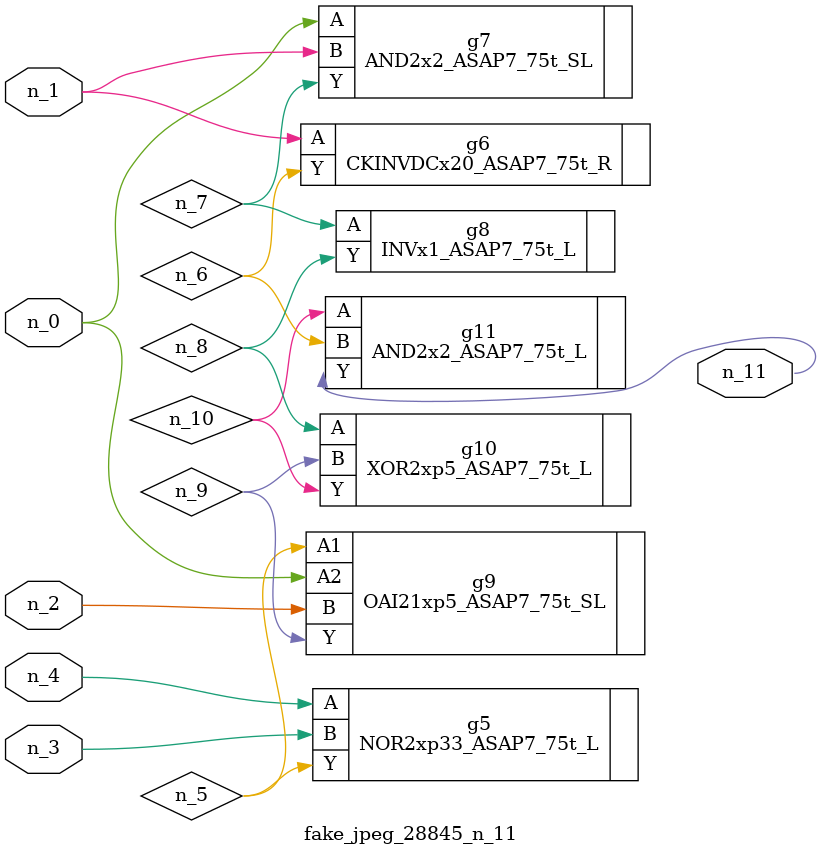
<source format=v>
module fake_jpeg_28845_n_11 (n_3, n_2, n_1, n_0, n_4, n_11);

input n_3;
input n_2;
input n_1;
input n_0;
input n_4;

output n_11;

wire n_10;
wire n_8;
wire n_9;
wire n_6;
wire n_5;
wire n_7;

NOR2xp33_ASAP7_75t_L g5 ( 
.A(n_4),
.B(n_3),
.Y(n_5)
);

CKINVDCx20_ASAP7_75t_R g6 ( 
.A(n_1),
.Y(n_6)
);

AND2x2_ASAP7_75t_SL g7 ( 
.A(n_0),
.B(n_1),
.Y(n_7)
);

INVx1_ASAP7_75t_L g8 ( 
.A(n_7),
.Y(n_8)
);

XOR2xp5_ASAP7_75t_L g10 ( 
.A(n_8),
.B(n_9),
.Y(n_10)
);

OAI21xp5_ASAP7_75t_SL g9 ( 
.A1(n_5),
.A2(n_0),
.B(n_2),
.Y(n_9)
);

AND2x2_ASAP7_75t_L g11 ( 
.A(n_10),
.B(n_6),
.Y(n_11)
);


endmodule
</source>
